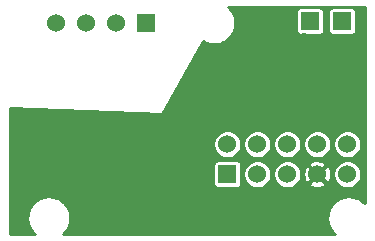
<source format=gbl>
G04 (created by PCBNEW (2013-07-07 BZR 4022)-stable) date 03/12/2013 21:27:05*
%MOIN*%
G04 Gerber Fmt 3.4, Leading zero omitted, Abs format*
%FSLAX34Y34*%
G01*
G70*
G90*
G04 APERTURE LIST*
%ADD10C,0.00590551*%
%ADD11R,0.06X0.06*%
%ADD12C,0.06*%
%ADD13C,0.035*%
%ADD14C,0.011811*%
%ADD15C,0.00984252*%
G04 APERTURE END LIST*
G54D10*
G54D11*
X90450Y-26300D03*
G54D12*
X90450Y-25300D03*
X91450Y-26300D03*
X91450Y-25300D03*
X92450Y-26300D03*
X92450Y-25300D03*
X93450Y-26300D03*
X93450Y-25300D03*
X94450Y-26300D03*
X94450Y-25300D03*
G54D11*
X87750Y-21250D03*
G54D12*
X86750Y-21250D03*
X85750Y-21250D03*
X84750Y-21250D03*
G54D11*
X94275Y-21200D03*
X93200Y-21200D03*
G54D13*
X90250Y-28000D03*
X93000Y-21750D03*
X90500Y-22750D03*
X88500Y-24500D03*
X88250Y-25250D03*
X88000Y-27250D03*
X85750Y-26250D03*
X86750Y-25500D03*
G54D14*
X90470Y-26320D02*
X90450Y-26300D01*
G54D10*
G36*
X95032Y-27272D02*
X95009Y-27245D01*
X94995Y-27232D01*
X94980Y-27218D01*
X94978Y-27216D01*
X94978Y-27216D01*
X94978Y-27216D01*
X94917Y-27168D01*
X94917Y-26254D01*
X94917Y-25254D01*
X94899Y-25164D01*
X94864Y-25079D01*
X94813Y-25003D01*
X94749Y-24938D01*
X94742Y-24933D01*
X94742Y-21484D01*
X94742Y-20883D01*
X94735Y-20851D01*
X94723Y-20821D01*
X94705Y-20793D01*
X94682Y-20770D01*
X94654Y-20752D01*
X94624Y-20739D01*
X94592Y-20732D01*
X94559Y-20732D01*
X93958Y-20732D01*
X93926Y-20739D01*
X93896Y-20751D01*
X93868Y-20769D01*
X93845Y-20792D01*
X93827Y-20820D01*
X93814Y-20850D01*
X93807Y-20882D01*
X93807Y-20915D01*
X93807Y-21516D01*
X93814Y-21548D01*
X93826Y-21578D01*
X93844Y-21606D01*
X93867Y-21629D01*
X93895Y-21647D01*
X93925Y-21660D01*
X93957Y-21667D01*
X93990Y-21667D01*
X94591Y-21667D01*
X94623Y-21660D01*
X94653Y-21648D01*
X94681Y-21630D01*
X94704Y-21607D01*
X94722Y-21579D01*
X94735Y-21549D01*
X94742Y-21517D01*
X94742Y-21484D01*
X94742Y-24933D01*
X94673Y-24886D01*
X94588Y-24851D01*
X94499Y-24832D01*
X94407Y-24832D01*
X94317Y-24849D01*
X94232Y-24883D01*
X94155Y-24934D01*
X94090Y-24998D01*
X94038Y-25073D01*
X94002Y-25158D01*
X93983Y-25247D01*
X93982Y-25339D01*
X93998Y-25429D01*
X94032Y-25514D01*
X94081Y-25591D01*
X94145Y-25657D01*
X94220Y-25709D01*
X94304Y-25746D01*
X94394Y-25766D01*
X94486Y-25768D01*
X94576Y-25752D01*
X94661Y-25719D01*
X94739Y-25670D01*
X94805Y-25606D01*
X94858Y-25531D01*
X94895Y-25448D01*
X94915Y-25358D01*
X94917Y-25254D01*
X94917Y-26254D01*
X94899Y-26164D01*
X94864Y-26079D01*
X94813Y-26003D01*
X94749Y-25938D01*
X94673Y-25886D01*
X94588Y-25851D01*
X94499Y-25832D01*
X94407Y-25832D01*
X94317Y-25849D01*
X94232Y-25883D01*
X94155Y-25934D01*
X94090Y-25998D01*
X94038Y-26073D01*
X94002Y-26158D01*
X93983Y-26247D01*
X93982Y-26339D01*
X93998Y-26429D01*
X94032Y-26514D01*
X94081Y-26591D01*
X94145Y-26657D01*
X94220Y-26709D01*
X94304Y-26746D01*
X94394Y-26766D01*
X94486Y-26768D01*
X94576Y-26752D01*
X94661Y-26719D01*
X94739Y-26670D01*
X94805Y-26606D01*
X94858Y-26531D01*
X94895Y-26448D01*
X94915Y-26358D01*
X94917Y-26254D01*
X94917Y-27168D01*
X94901Y-27156D01*
X94885Y-27146D01*
X94868Y-27135D01*
X94865Y-27133D01*
X94865Y-27133D01*
X94778Y-27089D01*
X94760Y-27082D01*
X94742Y-27075D01*
X94739Y-27074D01*
X94645Y-27048D01*
X94625Y-27044D01*
X94606Y-27041D01*
X94603Y-27040D01*
X94603Y-27040D01*
X94506Y-27033D01*
X94486Y-27033D01*
X94466Y-27033D01*
X94463Y-27034D01*
X94366Y-27045D01*
X94347Y-27050D01*
X94328Y-27054D01*
X94325Y-27054D01*
X94232Y-27085D01*
X94214Y-27093D01*
X94196Y-27100D01*
X94193Y-27102D01*
X94193Y-27102D01*
X94193Y-27102D01*
X94108Y-27149D01*
X94092Y-27160D01*
X94076Y-27171D01*
X94073Y-27173D01*
X93999Y-27237D01*
X93985Y-27251D01*
X93971Y-27265D01*
X93970Y-27267D01*
X93919Y-27331D01*
X93919Y-26309D01*
X93917Y-26282D01*
X93917Y-25254D01*
X93899Y-25164D01*
X93864Y-25079D01*
X93813Y-25003D01*
X93749Y-24938D01*
X93673Y-24886D01*
X93667Y-24884D01*
X93667Y-21484D01*
X93667Y-20883D01*
X93660Y-20851D01*
X93648Y-20821D01*
X93630Y-20793D01*
X93607Y-20770D01*
X93579Y-20752D01*
X93549Y-20739D01*
X93517Y-20732D01*
X93484Y-20732D01*
X92883Y-20732D01*
X92851Y-20739D01*
X92821Y-20751D01*
X92793Y-20769D01*
X92770Y-20792D01*
X92752Y-20820D01*
X92739Y-20850D01*
X92732Y-20882D01*
X92732Y-20915D01*
X92732Y-21516D01*
X92739Y-21548D01*
X92751Y-21578D01*
X92769Y-21606D01*
X92792Y-21629D01*
X92820Y-21647D01*
X92850Y-21660D01*
X92882Y-21667D01*
X92915Y-21667D01*
X93516Y-21667D01*
X93548Y-21660D01*
X93578Y-21648D01*
X93606Y-21630D01*
X93629Y-21607D01*
X93647Y-21579D01*
X93660Y-21549D01*
X93667Y-21517D01*
X93667Y-21484D01*
X93667Y-24884D01*
X93588Y-24851D01*
X93499Y-24832D01*
X93407Y-24832D01*
X93317Y-24849D01*
X93232Y-24883D01*
X93155Y-24934D01*
X93090Y-24998D01*
X93038Y-25073D01*
X93002Y-25158D01*
X92983Y-25247D01*
X92982Y-25339D01*
X92998Y-25429D01*
X93032Y-25514D01*
X93081Y-25591D01*
X93145Y-25657D01*
X93220Y-25709D01*
X93304Y-25746D01*
X93394Y-25766D01*
X93486Y-25768D01*
X93576Y-25752D01*
X93661Y-25719D01*
X93739Y-25670D01*
X93805Y-25606D01*
X93858Y-25531D01*
X93895Y-25448D01*
X93915Y-25358D01*
X93917Y-25254D01*
X93917Y-26282D01*
X93912Y-26218D01*
X93887Y-26130D01*
X93846Y-26048D01*
X93835Y-26032D01*
X93759Y-26004D01*
X93745Y-26018D01*
X93745Y-25990D01*
X93717Y-25914D01*
X93637Y-25869D01*
X93550Y-25841D01*
X93459Y-25830D01*
X93368Y-25837D01*
X93280Y-25862D01*
X93198Y-25903D01*
X93182Y-25914D01*
X93154Y-25990D01*
X93450Y-26286D01*
X93745Y-25990D01*
X93745Y-26018D01*
X93463Y-26300D01*
X93759Y-26595D01*
X93835Y-26567D01*
X93880Y-26487D01*
X93908Y-26400D01*
X93919Y-26309D01*
X93919Y-27331D01*
X93909Y-27344D01*
X93898Y-27360D01*
X93887Y-27377D01*
X93886Y-27379D01*
X93841Y-27466D01*
X93834Y-27484D01*
X93827Y-27503D01*
X93826Y-27506D01*
X93799Y-27599D01*
X93795Y-27619D01*
X93791Y-27638D01*
X93791Y-27641D01*
X93783Y-27738D01*
X93783Y-27758D01*
X93783Y-27778D01*
X93784Y-27781D01*
X93794Y-27878D01*
X93799Y-27897D01*
X93802Y-27916D01*
X93803Y-27919D01*
X93833Y-28012D01*
X93841Y-28030D01*
X93848Y-28048D01*
X93849Y-28051D01*
X93897Y-28137D01*
X93908Y-28153D01*
X93919Y-28169D01*
X93920Y-28172D01*
X93983Y-28246D01*
X93997Y-28260D01*
X94011Y-28274D01*
X94013Y-28276D01*
X94013Y-28276D01*
X94021Y-28282D01*
X93745Y-28282D01*
X93745Y-26609D01*
X93450Y-26313D01*
X93436Y-26327D01*
X93436Y-26300D01*
X93140Y-26004D01*
X93064Y-26032D01*
X93019Y-26112D01*
X92991Y-26199D01*
X92980Y-26290D01*
X92987Y-26381D01*
X93012Y-26469D01*
X93053Y-26551D01*
X93064Y-26567D01*
X93140Y-26595D01*
X93436Y-26300D01*
X93436Y-26327D01*
X93154Y-26609D01*
X93182Y-26685D01*
X93262Y-26730D01*
X93349Y-26758D01*
X93440Y-26769D01*
X93531Y-26762D01*
X93619Y-26737D01*
X93701Y-26696D01*
X93717Y-26685D01*
X93745Y-26609D01*
X93745Y-28282D01*
X92917Y-28282D01*
X92917Y-26254D01*
X92917Y-25254D01*
X92899Y-25164D01*
X92864Y-25079D01*
X92813Y-25003D01*
X92749Y-24938D01*
X92673Y-24886D01*
X92588Y-24851D01*
X92499Y-24832D01*
X92407Y-24832D01*
X92317Y-24849D01*
X92232Y-24883D01*
X92155Y-24934D01*
X92090Y-24998D01*
X92038Y-25073D01*
X92002Y-25158D01*
X91983Y-25247D01*
X91982Y-25339D01*
X91998Y-25429D01*
X92032Y-25514D01*
X92081Y-25591D01*
X92145Y-25657D01*
X92220Y-25709D01*
X92304Y-25746D01*
X92394Y-25766D01*
X92486Y-25768D01*
X92576Y-25752D01*
X92661Y-25719D01*
X92739Y-25670D01*
X92805Y-25606D01*
X92858Y-25531D01*
X92895Y-25448D01*
X92915Y-25358D01*
X92917Y-25254D01*
X92917Y-26254D01*
X92899Y-26164D01*
X92864Y-26079D01*
X92813Y-26003D01*
X92749Y-25938D01*
X92673Y-25886D01*
X92588Y-25851D01*
X92499Y-25832D01*
X92407Y-25832D01*
X92317Y-25849D01*
X92232Y-25883D01*
X92155Y-25934D01*
X92090Y-25998D01*
X92038Y-26073D01*
X92002Y-26158D01*
X91983Y-26247D01*
X91982Y-26339D01*
X91998Y-26429D01*
X92032Y-26514D01*
X92081Y-26591D01*
X92145Y-26657D01*
X92220Y-26709D01*
X92304Y-26746D01*
X92394Y-26766D01*
X92486Y-26768D01*
X92576Y-26752D01*
X92661Y-26719D01*
X92739Y-26670D01*
X92805Y-26606D01*
X92858Y-26531D01*
X92895Y-26448D01*
X92915Y-26358D01*
X92917Y-26254D01*
X92917Y-28282D01*
X91917Y-28282D01*
X91917Y-26254D01*
X91917Y-25254D01*
X91899Y-25164D01*
X91864Y-25079D01*
X91813Y-25003D01*
X91749Y-24938D01*
X91673Y-24886D01*
X91588Y-24851D01*
X91499Y-24832D01*
X91407Y-24832D01*
X91317Y-24849D01*
X91232Y-24883D01*
X91155Y-24934D01*
X91090Y-24998D01*
X91038Y-25073D01*
X91002Y-25158D01*
X90983Y-25247D01*
X90982Y-25339D01*
X90998Y-25429D01*
X91032Y-25514D01*
X91081Y-25591D01*
X91145Y-25657D01*
X91220Y-25709D01*
X91304Y-25746D01*
X91394Y-25766D01*
X91486Y-25768D01*
X91576Y-25752D01*
X91661Y-25719D01*
X91739Y-25670D01*
X91805Y-25606D01*
X91858Y-25531D01*
X91895Y-25448D01*
X91915Y-25358D01*
X91917Y-25254D01*
X91917Y-26254D01*
X91899Y-26164D01*
X91864Y-26079D01*
X91813Y-26003D01*
X91749Y-25938D01*
X91673Y-25886D01*
X91588Y-25851D01*
X91499Y-25832D01*
X91407Y-25832D01*
X91317Y-25849D01*
X91232Y-25883D01*
X91155Y-25934D01*
X91090Y-25998D01*
X91038Y-26073D01*
X91002Y-26158D01*
X90983Y-26247D01*
X90982Y-26339D01*
X90998Y-26429D01*
X91032Y-26514D01*
X91081Y-26591D01*
X91145Y-26657D01*
X91220Y-26709D01*
X91304Y-26746D01*
X91394Y-26766D01*
X91486Y-26768D01*
X91576Y-26752D01*
X91661Y-26719D01*
X91739Y-26670D01*
X91805Y-26606D01*
X91858Y-26531D01*
X91895Y-26448D01*
X91915Y-26358D01*
X91917Y-26254D01*
X91917Y-28282D01*
X90917Y-28282D01*
X90917Y-26584D01*
X90917Y-26054D01*
X90917Y-25254D01*
X90899Y-25164D01*
X90864Y-25079D01*
X90813Y-25003D01*
X90749Y-24938D01*
X90673Y-24886D01*
X90588Y-24851D01*
X90499Y-24832D01*
X90407Y-24832D01*
X90317Y-24849D01*
X90232Y-24883D01*
X90155Y-24934D01*
X90090Y-24998D01*
X90038Y-25073D01*
X90002Y-25158D01*
X89983Y-25247D01*
X89982Y-25339D01*
X89998Y-25429D01*
X90032Y-25514D01*
X90081Y-25591D01*
X90145Y-25657D01*
X90220Y-25709D01*
X90304Y-25746D01*
X90394Y-25766D01*
X90486Y-25768D01*
X90576Y-25752D01*
X90661Y-25719D01*
X90739Y-25670D01*
X90805Y-25606D01*
X90858Y-25531D01*
X90895Y-25448D01*
X90915Y-25358D01*
X90917Y-25254D01*
X90917Y-26054D01*
X90917Y-25983D01*
X90910Y-25951D01*
X90898Y-25921D01*
X90880Y-25893D01*
X90857Y-25870D01*
X90829Y-25852D01*
X90799Y-25839D01*
X90767Y-25832D01*
X90734Y-25832D01*
X90133Y-25832D01*
X90101Y-25839D01*
X90071Y-25851D01*
X90043Y-25869D01*
X90020Y-25892D01*
X90002Y-25920D01*
X89989Y-25950D01*
X89982Y-25982D01*
X89982Y-26015D01*
X89982Y-26616D01*
X89989Y-26648D01*
X90001Y-26678D01*
X90019Y-26706D01*
X90042Y-26729D01*
X90070Y-26747D01*
X90100Y-26760D01*
X90132Y-26767D01*
X90165Y-26767D01*
X90766Y-26767D01*
X90798Y-26760D01*
X90828Y-26748D01*
X90856Y-26730D01*
X90879Y-26707D01*
X90897Y-26679D01*
X90910Y-26649D01*
X90917Y-26617D01*
X90917Y-26584D01*
X90917Y-28282D01*
X84977Y-28282D01*
X84993Y-28269D01*
X85007Y-28255D01*
X85021Y-28242D01*
X85023Y-28239D01*
X85023Y-28239D01*
X85023Y-28239D01*
X85023Y-28239D01*
X85084Y-28164D01*
X85095Y-28147D01*
X85106Y-28131D01*
X85108Y-28128D01*
X85108Y-28128D01*
X85154Y-28042D01*
X85161Y-28024D01*
X85169Y-28006D01*
X85170Y-28003D01*
X85198Y-27909D01*
X85202Y-27890D01*
X85206Y-27871D01*
X85206Y-27868D01*
X85216Y-27771D01*
X85216Y-27760D01*
X85217Y-27749D01*
X85217Y-27746D01*
X85217Y-27733D01*
X85215Y-27722D01*
X85215Y-27711D01*
X85215Y-27708D01*
X85203Y-27611D01*
X85198Y-27592D01*
X85194Y-27573D01*
X85193Y-27570D01*
X85193Y-27570D01*
X85162Y-27478D01*
X85154Y-27460D01*
X85147Y-27441D01*
X85145Y-27439D01*
X85145Y-27439D01*
X85097Y-27354D01*
X85086Y-27338D01*
X85075Y-27322D01*
X85073Y-27319D01*
X85009Y-27245D01*
X84995Y-27232D01*
X84980Y-27218D01*
X84978Y-27216D01*
X84978Y-27216D01*
X84978Y-27216D01*
X84901Y-27156D01*
X84885Y-27146D01*
X84868Y-27135D01*
X84865Y-27133D01*
X84865Y-27133D01*
X84778Y-27089D01*
X84760Y-27082D01*
X84742Y-27075D01*
X84739Y-27074D01*
X84645Y-27048D01*
X84625Y-27044D01*
X84606Y-27041D01*
X84603Y-27040D01*
X84603Y-27040D01*
X84506Y-27033D01*
X84486Y-27033D01*
X84466Y-27033D01*
X84463Y-27034D01*
X84366Y-27045D01*
X84347Y-27050D01*
X84328Y-27054D01*
X84325Y-27054D01*
X84232Y-27085D01*
X84214Y-27093D01*
X84196Y-27100D01*
X84193Y-27102D01*
X84193Y-27102D01*
X84193Y-27102D01*
X84108Y-27149D01*
X84092Y-27160D01*
X84076Y-27171D01*
X84073Y-27173D01*
X83999Y-27237D01*
X83985Y-27251D01*
X83971Y-27265D01*
X83970Y-27267D01*
X83909Y-27344D01*
X83898Y-27360D01*
X83887Y-27377D01*
X83886Y-27379D01*
X83841Y-27466D01*
X83834Y-27484D01*
X83827Y-27503D01*
X83826Y-27506D01*
X83799Y-27599D01*
X83795Y-27619D01*
X83791Y-27638D01*
X83791Y-27641D01*
X83783Y-27738D01*
X83783Y-27758D01*
X83783Y-27778D01*
X83784Y-27781D01*
X83794Y-27878D01*
X83799Y-27897D01*
X83802Y-27916D01*
X83803Y-27919D01*
X83833Y-28012D01*
X83841Y-28030D01*
X83848Y-28048D01*
X83849Y-28051D01*
X83897Y-28137D01*
X83908Y-28153D01*
X83919Y-28169D01*
X83920Y-28172D01*
X83983Y-28246D01*
X83997Y-28260D01*
X84011Y-28274D01*
X84013Y-28276D01*
X84013Y-28276D01*
X84021Y-28282D01*
X83217Y-28282D01*
X83217Y-24080D01*
X88278Y-24300D01*
X89644Y-21871D01*
X89721Y-21910D01*
X89739Y-21917D01*
X89757Y-21924D01*
X89760Y-21925D01*
X89760Y-21925D01*
X89854Y-21951D01*
X89874Y-21955D01*
X89893Y-21958D01*
X89896Y-21959D01*
X89896Y-21959D01*
X89993Y-21966D01*
X90013Y-21966D01*
X90033Y-21966D01*
X90036Y-21965D01*
X90036Y-21965D01*
X90133Y-21954D01*
X90152Y-21949D01*
X90171Y-21945D01*
X90174Y-21945D01*
X90267Y-21914D01*
X90285Y-21906D01*
X90303Y-21899D01*
X90306Y-21897D01*
X90306Y-21897D01*
X90391Y-21850D01*
X90407Y-21839D01*
X90423Y-21828D01*
X90426Y-21826D01*
X90426Y-21826D01*
X90426Y-21826D01*
X90426Y-21826D01*
X90500Y-21762D01*
X90514Y-21748D01*
X90528Y-21734D01*
X90529Y-21732D01*
X90590Y-21655D01*
X90601Y-21639D01*
X90612Y-21622D01*
X90613Y-21620D01*
X90613Y-21620D01*
X90658Y-21533D01*
X90665Y-21515D01*
X90672Y-21496D01*
X90673Y-21493D01*
X90700Y-21400D01*
X90704Y-21380D01*
X90708Y-21361D01*
X90708Y-21358D01*
X90708Y-21358D01*
X90716Y-21261D01*
X90716Y-21241D01*
X90716Y-21221D01*
X90715Y-21218D01*
X90715Y-21218D01*
X90705Y-21121D01*
X90700Y-21102D01*
X90697Y-21083D01*
X90696Y-21080D01*
X90666Y-20987D01*
X90658Y-20969D01*
X90651Y-20951D01*
X90650Y-20948D01*
X90650Y-20948D01*
X90602Y-20862D01*
X90591Y-20846D01*
X90580Y-20830D01*
X90579Y-20827D01*
X90579Y-20827D01*
X90516Y-20753D01*
X90502Y-20739D01*
X90488Y-20725D01*
X90486Y-20723D01*
X90478Y-20717D01*
X95032Y-20717D01*
X95032Y-27272D01*
X95032Y-27272D01*
G37*
G54D15*
X95032Y-27272D02*
X95009Y-27245D01*
X94995Y-27232D01*
X94980Y-27218D01*
X94978Y-27216D01*
X94978Y-27216D01*
X94978Y-27216D01*
X94917Y-27168D01*
X94917Y-26254D01*
X94917Y-25254D01*
X94899Y-25164D01*
X94864Y-25079D01*
X94813Y-25003D01*
X94749Y-24938D01*
X94742Y-24933D01*
X94742Y-21484D01*
X94742Y-20883D01*
X94735Y-20851D01*
X94723Y-20821D01*
X94705Y-20793D01*
X94682Y-20770D01*
X94654Y-20752D01*
X94624Y-20739D01*
X94592Y-20732D01*
X94559Y-20732D01*
X93958Y-20732D01*
X93926Y-20739D01*
X93896Y-20751D01*
X93868Y-20769D01*
X93845Y-20792D01*
X93827Y-20820D01*
X93814Y-20850D01*
X93807Y-20882D01*
X93807Y-20915D01*
X93807Y-21516D01*
X93814Y-21548D01*
X93826Y-21578D01*
X93844Y-21606D01*
X93867Y-21629D01*
X93895Y-21647D01*
X93925Y-21660D01*
X93957Y-21667D01*
X93990Y-21667D01*
X94591Y-21667D01*
X94623Y-21660D01*
X94653Y-21648D01*
X94681Y-21630D01*
X94704Y-21607D01*
X94722Y-21579D01*
X94735Y-21549D01*
X94742Y-21517D01*
X94742Y-21484D01*
X94742Y-24933D01*
X94673Y-24886D01*
X94588Y-24851D01*
X94499Y-24832D01*
X94407Y-24832D01*
X94317Y-24849D01*
X94232Y-24883D01*
X94155Y-24934D01*
X94090Y-24998D01*
X94038Y-25073D01*
X94002Y-25158D01*
X93983Y-25247D01*
X93982Y-25339D01*
X93998Y-25429D01*
X94032Y-25514D01*
X94081Y-25591D01*
X94145Y-25657D01*
X94220Y-25709D01*
X94304Y-25746D01*
X94394Y-25766D01*
X94486Y-25768D01*
X94576Y-25752D01*
X94661Y-25719D01*
X94739Y-25670D01*
X94805Y-25606D01*
X94858Y-25531D01*
X94895Y-25448D01*
X94915Y-25358D01*
X94917Y-25254D01*
X94917Y-26254D01*
X94899Y-26164D01*
X94864Y-26079D01*
X94813Y-26003D01*
X94749Y-25938D01*
X94673Y-25886D01*
X94588Y-25851D01*
X94499Y-25832D01*
X94407Y-25832D01*
X94317Y-25849D01*
X94232Y-25883D01*
X94155Y-25934D01*
X94090Y-25998D01*
X94038Y-26073D01*
X94002Y-26158D01*
X93983Y-26247D01*
X93982Y-26339D01*
X93998Y-26429D01*
X94032Y-26514D01*
X94081Y-26591D01*
X94145Y-26657D01*
X94220Y-26709D01*
X94304Y-26746D01*
X94394Y-26766D01*
X94486Y-26768D01*
X94576Y-26752D01*
X94661Y-26719D01*
X94739Y-26670D01*
X94805Y-26606D01*
X94858Y-26531D01*
X94895Y-26448D01*
X94915Y-26358D01*
X94917Y-26254D01*
X94917Y-27168D01*
X94901Y-27156D01*
X94885Y-27146D01*
X94868Y-27135D01*
X94865Y-27133D01*
X94865Y-27133D01*
X94778Y-27089D01*
X94760Y-27082D01*
X94742Y-27075D01*
X94739Y-27074D01*
X94645Y-27048D01*
X94625Y-27044D01*
X94606Y-27041D01*
X94603Y-27040D01*
X94603Y-27040D01*
X94506Y-27033D01*
X94486Y-27033D01*
X94466Y-27033D01*
X94463Y-27034D01*
X94366Y-27045D01*
X94347Y-27050D01*
X94328Y-27054D01*
X94325Y-27054D01*
X94232Y-27085D01*
X94214Y-27093D01*
X94196Y-27100D01*
X94193Y-27102D01*
X94193Y-27102D01*
X94193Y-27102D01*
X94108Y-27149D01*
X94092Y-27160D01*
X94076Y-27171D01*
X94073Y-27173D01*
X93999Y-27237D01*
X93985Y-27251D01*
X93971Y-27265D01*
X93970Y-27267D01*
X93919Y-27331D01*
X93919Y-26309D01*
X93917Y-26282D01*
X93917Y-25254D01*
X93899Y-25164D01*
X93864Y-25079D01*
X93813Y-25003D01*
X93749Y-24938D01*
X93673Y-24886D01*
X93667Y-24884D01*
X93667Y-21484D01*
X93667Y-20883D01*
X93660Y-20851D01*
X93648Y-20821D01*
X93630Y-20793D01*
X93607Y-20770D01*
X93579Y-20752D01*
X93549Y-20739D01*
X93517Y-20732D01*
X93484Y-20732D01*
X92883Y-20732D01*
X92851Y-20739D01*
X92821Y-20751D01*
X92793Y-20769D01*
X92770Y-20792D01*
X92752Y-20820D01*
X92739Y-20850D01*
X92732Y-20882D01*
X92732Y-20915D01*
X92732Y-21516D01*
X92739Y-21548D01*
X92751Y-21578D01*
X92769Y-21606D01*
X92792Y-21629D01*
X92820Y-21647D01*
X92850Y-21660D01*
X92882Y-21667D01*
X92915Y-21667D01*
X93516Y-21667D01*
X93548Y-21660D01*
X93578Y-21648D01*
X93606Y-21630D01*
X93629Y-21607D01*
X93647Y-21579D01*
X93660Y-21549D01*
X93667Y-21517D01*
X93667Y-21484D01*
X93667Y-24884D01*
X93588Y-24851D01*
X93499Y-24832D01*
X93407Y-24832D01*
X93317Y-24849D01*
X93232Y-24883D01*
X93155Y-24934D01*
X93090Y-24998D01*
X93038Y-25073D01*
X93002Y-25158D01*
X92983Y-25247D01*
X92982Y-25339D01*
X92998Y-25429D01*
X93032Y-25514D01*
X93081Y-25591D01*
X93145Y-25657D01*
X93220Y-25709D01*
X93304Y-25746D01*
X93394Y-25766D01*
X93486Y-25768D01*
X93576Y-25752D01*
X93661Y-25719D01*
X93739Y-25670D01*
X93805Y-25606D01*
X93858Y-25531D01*
X93895Y-25448D01*
X93915Y-25358D01*
X93917Y-25254D01*
X93917Y-26282D01*
X93912Y-26218D01*
X93887Y-26130D01*
X93846Y-26048D01*
X93835Y-26032D01*
X93759Y-26004D01*
X93745Y-26018D01*
X93745Y-25990D01*
X93717Y-25914D01*
X93637Y-25869D01*
X93550Y-25841D01*
X93459Y-25830D01*
X93368Y-25837D01*
X93280Y-25862D01*
X93198Y-25903D01*
X93182Y-25914D01*
X93154Y-25990D01*
X93450Y-26286D01*
X93745Y-25990D01*
X93745Y-26018D01*
X93463Y-26300D01*
X93759Y-26595D01*
X93835Y-26567D01*
X93880Y-26487D01*
X93908Y-26400D01*
X93919Y-26309D01*
X93919Y-27331D01*
X93909Y-27344D01*
X93898Y-27360D01*
X93887Y-27377D01*
X93886Y-27379D01*
X93841Y-27466D01*
X93834Y-27484D01*
X93827Y-27503D01*
X93826Y-27506D01*
X93799Y-27599D01*
X93795Y-27619D01*
X93791Y-27638D01*
X93791Y-27641D01*
X93783Y-27738D01*
X93783Y-27758D01*
X93783Y-27778D01*
X93784Y-27781D01*
X93794Y-27878D01*
X93799Y-27897D01*
X93802Y-27916D01*
X93803Y-27919D01*
X93833Y-28012D01*
X93841Y-28030D01*
X93848Y-28048D01*
X93849Y-28051D01*
X93897Y-28137D01*
X93908Y-28153D01*
X93919Y-28169D01*
X93920Y-28172D01*
X93983Y-28246D01*
X93997Y-28260D01*
X94011Y-28274D01*
X94013Y-28276D01*
X94013Y-28276D01*
X94021Y-28282D01*
X93745Y-28282D01*
X93745Y-26609D01*
X93450Y-26313D01*
X93436Y-26327D01*
X93436Y-26300D01*
X93140Y-26004D01*
X93064Y-26032D01*
X93019Y-26112D01*
X92991Y-26199D01*
X92980Y-26290D01*
X92987Y-26381D01*
X93012Y-26469D01*
X93053Y-26551D01*
X93064Y-26567D01*
X93140Y-26595D01*
X93436Y-26300D01*
X93436Y-26327D01*
X93154Y-26609D01*
X93182Y-26685D01*
X93262Y-26730D01*
X93349Y-26758D01*
X93440Y-26769D01*
X93531Y-26762D01*
X93619Y-26737D01*
X93701Y-26696D01*
X93717Y-26685D01*
X93745Y-26609D01*
X93745Y-28282D01*
X92917Y-28282D01*
X92917Y-26254D01*
X92917Y-25254D01*
X92899Y-25164D01*
X92864Y-25079D01*
X92813Y-25003D01*
X92749Y-24938D01*
X92673Y-24886D01*
X92588Y-24851D01*
X92499Y-24832D01*
X92407Y-24832D01*
X92317Y-24849D01*
X92232Y-24883D01*
X92155Y-24934D01*
X92090Y-24998D01*
X92038Y-25073D01*
X92002Y-25158D01*
X91983Y-25247D01*
X91982Y-25339D01*
X91998Y-25429D01*
X92032Y-25514D01*
X92081Y-25591D01*
X92145Y-25657D01*
X92220Y-25709D01*
X92304Y-25746D01*
X92394Y-25766D01*
X92486Y-25768D01*
X92576Y-25752D01*
X92661Y-25719D01*
X92739Y-25670D01*
X92805Y-25606D01*
X92858Y-25531D01*
X92895Y-25448D01*
X92915Y-25358D01*
X92917Y-25254D01*
X92917Y-26254D01*
X92899Y-26164D01*
X92864Y-26079D01*
X92813Y-26003D01*
X92749Y-25938D01*
X92673Y-25886D01*
X92588Y-25851D01*
X92499Y-25832D01*
X92407Y-25832D01*
X92317Y-25849D01*
X92232Y-25883D01*
X92155Y-25934D01*
X92090Y-25998D01*
X92038Y-26073D01*
X92002Y-26158D01*
X91983Y-26247D01*
X91982Y-26339D01*
X91998Y-26429D01*
X92032Y-26514D01*
X92081Y-26591D01*
X92145Y-26657D01*
X92220Y-26709D01*
X92304Y-26746D01*
X92394Y-26766D01*
X92486Y-26768D01*
X92576Y-26752D01*
X92661Y-26719D01*
X92739Y-26670D01*
X92805Y-26606D01*
X92858Y-26531D01*
X92895Y-26448D01*
X92915Y-26358D01*
X92917Y-26254D01*
X92917Y-28282D01*
X91917Y-28282D01*
X91917Y-26254D01*
X91917Y-25254D01*
X91899Y-25164D01*
X91864Y-25079D01*
X91813Y-25003D01*
X91749Y-24938D01*
X91673Y-24886D01*
X91588Y-24851D01*
X91499Y-24832D01*
X91407Y-24832D01*
X91317Y-24849D01*
X91232Y-24883D01*
X91155Y-24934D01*
X91090Y-24998D01*
X91038Y-25073D01*
X91002Y-25158D01*
X90983Y-25247D01*
X90982Y-25339D01*
X90998Y-25429D01*
X91032Y-25514D01*
X91081Y-25591D01*
X91145Y-25657D01*
X91220Y-25709D01*
X91304Y-25746D01*
X91394Y-25766D01*
X91486Y-25768D01*
X91576Y-25752D01*
X91661Y-25719D01*
X91739Y-25670D01*
X91805Y-25606D01*
X91858Y-25531D01*
X91895Y-25448D01*
X91915Y-25358D01*
X91917Y-25254D01*
X91917Y-26254D01*
X91899Y-26164D01*
X91864Y-26079D01*
X91813Y-26003D01*
X91749Y-25938D01*
X91673Y-25886D01*
X91588Y-25851D01*
X91499Y-25832D01*
X91407Y-25832D01*
X91317Y-25849D01*
X91232Y-25883D01*
X91155Y-25934D01*
X91090Y-25998D01*
X91038Y-26073D01*
X91002Y-26158D01*
X90983Y-26247D01*
X90982Y-26339D01*
X90998Y-26429D01*
X91032Y-26514D01*
X91081Y-26591D01*
X91145Y-26657D01*
X91220Y-26709D01*
X91304Y-26746D01*
X91394Y-26766D01*
X91486Y-26768D01*
X91576Y-26752D01*
X91661Y-26719D01*
X91739Y-26670D01*
X91805Y-26606D01*
X91858Y-26531D01*
X91895Y-26448D01*
X91915Y-26358D01*
X91917Y-26254D01*
X91917Y-28282D01*
X90917Y-28282D01*
X90917Y-26584D01*
X90917Y-26054D01*
X90917Y-25254D01*
X90899Y-25164D01*
X90864Y-25079D01*
X90813Y-25003D01*
X90749Y-24938D01*
X90673Y-24886D01*
X90588Y-24851D01*
X90499Y-24832D01*
X90407Y-24832D01*
X90317Y-24849D01*
X90232Y-24883D01*
X90155Y-24934D01*
X90090Y-24998D01*
X90038Y-25073D01*
X90002Y-25158D01*
X89983Y-25247D01*
X89982Y-25339D01*
X89998Y-25429D01*
X90032Y-25514D01*
X90081Y-25591D01*
X90145Y-25657D01*
X90220Y-25709D01*
X90304Y-25746D01*
X90394Y-25766D01*
X90486Y-25768D01*
X90576Y-25752D01*
X90661Y-25719D01*
X90739Y-25670D01*
X90805Y-25606D01*
X90858Y-25531D01*
X90895Y-25448D01*
X90915Y-25358D01*
X90917Y-25254D01*
X90917Y-26054D01*
X90917Y-25983D01*
X90910Y-25951D01*
X90898Y-25921D01*
X90880Y-25893D01*
X90857Y-25870D01*
X90829Y-25852D01*
X90799Y-25839D01*
X90767Y-25832D01*
X90734Y-25832D01*
X90133Y-25832D01*
X90101Y-25839D01*
X90071Y-25851D01*
X90043Y-25869D01*
X90020Y-25892D01*
X90002Y-25920D01*
X89989Y-25950D01*
X89982Y-25982D01*
X89982Y-26015D01*
X89982Y-26616D01*
X89989Y-26648D01*
X90001Y-26678D01*
X90019Y-26706D01*
X90042Y-26729D01*
X90070Y-26747D01*
X90100Y-26760D01*
X90132Y-26767D01*
X90165Y-26767D01*
X90766Y-26767D01*
X90798Y-26760D01*
X90828Y-26748D01*
X90856Y-26730D01*
X90879Y-26707D01*
X90897Y-26679D01*
X90910Y-26649D01*
X90917Y-26617D01*
X90917Y-26584D01*
X90917Y-28282D01*
X84977Y-28282D01*
X84993Y-28269D01*
X85007Y-28255D01*
X85021Y-28242D01*
X85023Y-28239D01*
X85023Y-28239D01*
X85023Y-28239D01*
X85023Y-28239D01*
X85084Y-28164D01*
X85095Y-28147D01*
X85106Y-28131D01*
X85108Y-28128D01*
X85108Y-28128D01*
X85154Y-28042D01*
X85161Y-28024D01*
X85169Y-28006D01*
X85170Y-28003D01*
X85198Y-27909D01*
X85202Y-27890D01*
X85206Y-27871D01*
X85206Y-27868D01*
X85216Y-27771D01*
X85216Y-27760D01*
X85217Y-27749D01*
X85217Y-27746D01*
X85217Y-27733D01*
X85215Y-27722D01*
X85215Y-27711D01*
X85215Y-27708D01*
X85203Y-27611D01*
X85198Y-27592D01*
X85194Y-27573D01*
X85193Y-27570D01*
X85193Y-27570D01*
X85162Y-27478D01*
X85154Y-27460D01*
X85147Y-27441D01*
X85145Y-27439D01*
X85145Y-27439D01*
X85097Y-27354D01*
X85086Y-27338D01*
X85075Y-27322D01*
X85073Y-27319D01*
X85009Y-27245D01*
X84995Y-27232D01*
X84980Y-27218D01*
X84978Y-27216D01*
X84978Y-27216D01*
X84978Y-27216D01*
X84901Y-27156D01*
X84885Y-27146D01*
X84868Y-27135D01*
X84865Y-27133D01*
X84865Y-27133D01*
X84778Y-27089D01*
X84760Y-27082D01*
X84742Y-27075D01*
X84739Y-27074D01*
X84645Y-27048D01*
X84625Y-27044D01*
X84606Y-27041D01*
X84603Y-27040D01*
X84603Y-27040D01*
X84506Y-27033D01*
X84486Y-27033D01*
X84466Y-27033D01*
X84463Y-27034D01*
X84366Y-27045D01*
X84347Y-27050D01*
X84328Y-27054D01*
X84325Y-27054D01*
X84232Y-27085D01*
X84214Y-27093D01*
X84196Y-27100D01*
X84193Y-27102D01*
X84193Y-27102D01*
X84193Y-27102D01*
X84108Y-27149D01*
X84092Y-27160D01*
X84076Y-27171D01*
X84073Y-27173D01*
X83999Y-27237D01*
X83985Y-27251D01*
X83971Y-27265D01*
X83970Y-27267D01*
X83909Y-27344D01*
X83898Y-27360D01*
X83887Y-27377D01*
X83886Y-27379D01*
X83841Y-27466D01*
X83834Y-27484D01*
X83827Y-27503D01*
X83826Y-27506D01*
X83799Y-27599D01*
X83795Y-27619D01*
X83791Y-27638D01*
X83791Y-27641D01*
X83783Y-27738D01*
X83783Y-27758D01*
X83783Y-27778D01*
X83784Y-27781D01*
X83794Y-27878D01*
X83799Y-27897D01*
X83802Y-27916D01*
X83803Y-27919D01*
X83833Y-28012D01*
X83841Y-28030D01*
X83848Y-28048D01*
X83849Y-28051D01*
X83897Y-28137D01*
X83908Y-28153D01*
X83919Y-28169D01*
X83920Y-28172D01*
X83983Y-28246D01*
X83997Y-28260D01*
X84011Y-28274D01*
X84013Y-28276D01*
X84013Y-28276D01*
X84021Y-28282D01*
X83217Y-28282D01*
X83217Y-24080D01*
X88278Y-24300D01*
X89644Y-21871D01*
X89721Y-21910D01*
X89739Y-21917D01*
X89757Y-21924D01*
X89760Y-21925D01*
X89760Y-21925D01*
X89854Y-21951D01*
X89874Y-21955D01*
X89893Y-21958D01*
X89896Y-21959D01*
X89896Y-21959D01*
X89993Y-21966D01*
X90013Y-21966D01*
X90033Y-21966D01*
X90036Y-21965D01*
X90036Y-21965D01*
X90133Y-21954D01*
X90152Y-21949D01*
X90171Y-21945D01*
X90174Y-21945D01*
X90267Y-21914D01*
X90285Y-21906D01*
X90303Y-21899D01*
X90306Y-21897D01*
X90306Y-21897D01*
X90391Y-21850D01*
X90407Y-21839D01*
X90423Y-21828D01*
X90426Y-21826D01*
X90426Y-21826D01*
X90426Y-21826D01*
X90426Y-21826D01*
X90500Y-21762D01*
X90514Y-21748D01*
X90528Y-21734D01*
X90529Y-21732D01*
X90590Y-21655D01*
X90601Y-21639D01*
X90612Y-21622D01*
X90613Y-21620D01*
X90613Y-21620D01*
X90658Y-21533D01*
X90665Y-21515D01*
X90672Y-21496D01*
X90673Y-21493D01*
X90700Y-21400D01*
X90704Y-21380D01*
X90708Y-21361D01*
X90708Y-21358D01*
X90708Y-21358D01*
X90716Y-21261D01*
X90716Y-21241D01*
X90716Y-21221D01*
X90715Y-21218D01*
X90715Y-21218D01*
X90705Y-21121D01*
X90700Y-21102D01*
X90697Y-21083D01*
X90696Y-21080D01*
X90666Y-20987D01*
X90658Y-20969D01*
X90651Y-20951D01*
X90650Y-20948D01*
X90650Y-20948D01*
X90602Y-20862D01*
X90591Y-20846D01*
X90580Y-20830D01*
X90579Y-20827D01*
X90579Y-20827D01*
X90516Y-20753D01*
X90502Y-20739D01*
X90488Y-20725D01*
X90486Y-20723D01*
X90478Y-20717D01*
X95032Y-20717D01*
X95032Y-27272D01*
M02*

</source>
